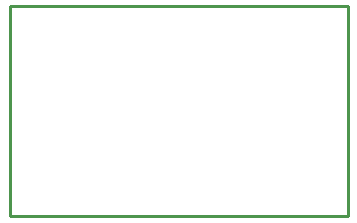
<source format=gko>
G04*
G04 #@! TF.GenerationSoftware,Altium Limited,Altium Designer,19.0.15 (446)*
G04*
G04 Layer_Color=16711935*
%FSLAX25Y25*%
%MOIN*%
G70*
G01*
G75*
%ADD29C,0.01000*%
D29*
X-2500Y70000D02*
X110000D01*
X-2500Y0D02*
Y70000D01*
Y0D02*
X110000D01*
Y70000D01*
M02*

</source>
